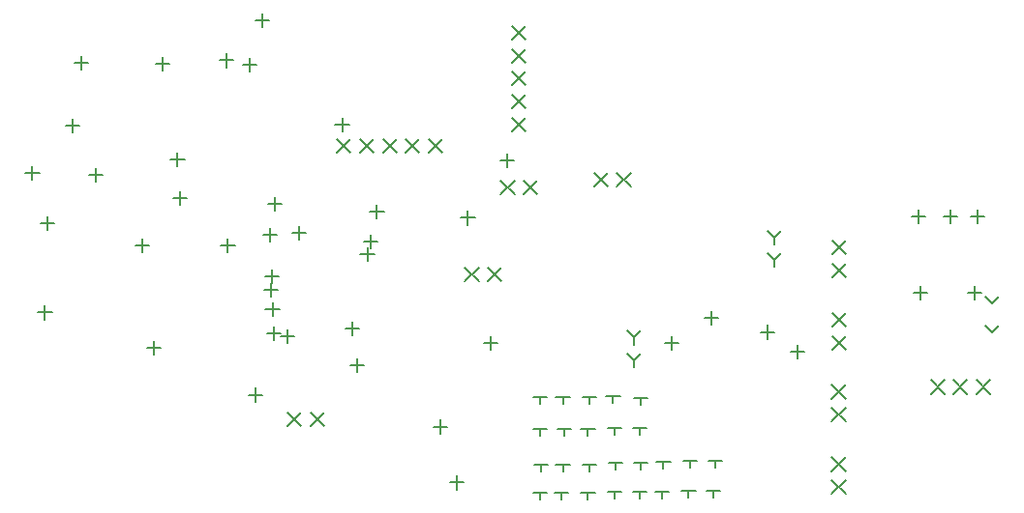
<source format=gbr>
G04 DipTrace 3.2.0.1*
G04 Plated_Through.gbr*
%MOIN*%
G04 #@! TF.FileFunction,Plated,1,2,PTH,Drill*
G04 #@! TF.Part,Single*
G04 Drill Symbols*
G04 D=0.015748 - Cross*
G04 D=0.027559 - X*
G04 D=0.029528 - Y*
G04 D=0.031496 - T*
G04 D=0.035433 - V*
G04 D=0.043307 - Clock*
G04 D=0.11811 - Box_Cross*
%ADD10C,0.007874*%
%FSLAX26Y26*%
G04*
G70*
G90*
G75*
G01*
X3346533Y1139979D2*
D10*
X3393777Y1092735D1*
Y1139979D2*
X3346533Y1092735D1*
Y1061239D2*
X3393777Y1013995D1*
Y1061239D2*
X3346533Y1013995D1*
X3343942Y563265D2*
X3391186Y516021D1*
Y563265D2*
X3343942Y516021D1*
Y642005D2*
X3391186Y594761D1*
Y642005D2*
X3343942Y594761D1*
Y813265D2*
X3391186Y766021D1*
Y813265D2*
X3343942Y766021D1*
Y892005D2*
X3391186Y844761D1*
Y892005D2*
X3343942Y844761D1*
X3346533Y1389979D2*
X3393777Y1342735D1*
Y1389979D2*
X3346533Y1342735D1*
Y1311239D2*
X3393777Y1263995D1*
Y1311239D2*
X3346533Y1263995D1*
X2637795Y1000000D2*
X2661417Y976378D1*
X2685039Y1000000D1*
X2661417Y976378D2*
Y952756D1*
X2637795Y1078740D2*
X2661417Y1055118D1*
X2685039Y1078740D1*
X2661417Y1055118D2*
Y1031496D1*
X3121307Y1345709D2*
X3144929Y1322087D1*
X3168551Y1345709D1*
X3144929Y1322087D2*
Y1298465D1*
X3121307Y1424449D2*
X3144929Y1400827D1*
X3168551Y1424449D1*
X3144929Y1400827D2*
Y1377205D1*
X1547402Y795992D2*
X1594646Y748748D1*
Y795992D2*
X1547402Y748748D1*
X1468661Y795992D2*
X1515906Y748748D1*
Y795992D2*
X1468661Y748748D1*
X1797375Y1739643D2*
X1844619Y1692399D1*
Y1739643D2*
X1797375Y1692399D1*
X1876115Y1739643D2*
X1923360Y1692399D1*
Y1739643D2*
X1876115Y1692399D1*
X1954856Y1739643D2*
X2002100Y1692399D1*
Y1739643D2*
X1954856Y1692399D1*
X1718635Y1739643D2*
X1765879Y1692399D1*
Y1739643D2*
X1718635Y1692399D1*
X1639895Y1739643D2*
X1687139Y1692399D1*
Y1739643D2*
X1639895Y1692399D1*
X2241827Y1972236D2*
X2289071Y1924992D1*
Y1972236D2*
X2241827Y1924992D1*
Y1893496D2*
X2289071Y1846252D1*
Y1893496D2*
X2241827Y1846252D1*
Y1814756D2*
X2289071Y1767512D1*
Y1814756D2*
X2241827Y1767512D1*
Y2050976D2*
X2289071Y2003732D1*
Y2050976D2*
X2241827Y2003732D1*
Y2129717D2*
X2289071Y2082472D1*
Y2129717D2*
X2241827Y2082472D1*
X3684033Y908730D2*
X3731277Y861486D1*
Y908730D2*
X3684033Y861486D1*
X3762773Y908730D2*
X3810017Y861486D1*
Y908730D2*
X3762773Y861486D1*
X3841513Y908730D2*
X3888757Y861486D1*
Y908730D2*
X3841513Y861486D1*
X3871533Y1196227D2*
X3895155Y1172605D1*
X3918777Y1196227D1*
X3871533Y1096227D2*
X3895155Y1072605D1*
X3918777Y1096227D1*
X2080304Y1295583D2*
X2127549Y1248339D1*
Y1295583D2*
X2080304Y1248339D1*
X2159045Y1295583D2*
X2206289Y1248339D1*
Y1295583D2*
X2159045Y1248339D1*
X2524869Y1624428D2*
X2572113Y1577184D1*
Y1624428D2*
X2524869Y1577184D1*
X2603609Y1624428D2*
X2650853Y1577184D1*
Y1624428D2*
X2603609Y1577184D1*
X2203610Y1596825D2*
X2250854Y1549581D1*
Y1596825D2*
X2203610Y1549581D1*
X2282350Y1596825D2*
X2329594Y1549581D1*
Y1596825D2*
X2282350Y1549581D1*
X641732Y1472441D2*
Y1425197D1*
X618110Y1448819D2*
X665354D1*
X633858Y1165354D2*
Y1118110D1*
X610236Y1141732D2*
X657480D1*
X759843Y2027559D2*
Y1980315D1*
X736220Y2003937D2*
X783465D1*
X1039370Y2023622D2*
Y1976378D1*
X1015748Y2000000D2*
X1062992D1*
X1338583Y2019685D2*
Y1972441D1*
X1314961Y1996063D2*
X1362205D1*
X1657480Y1814961D2*
Y1767717D1*
X1633858Y1791339D2*
X1681102D1*
X2051181Y578740D2*
Y531496D1*
X2027559Y555118D2*
X2074803D1*
X1996063Y771654D2*
Y724409D1*
X1972441Y748031D2*
X2019685D1*
X3122047Y1098425D2*
Y1051181D1*
X3098425Y1074803D2*
X3145669D1*
X3641732Y1496063D2*
Y1448819D1*
X3618110Y1472441D2*
X3665354D1*
X3751969Y1496063D2*
Y1448819D1*
X3728346Y1472441D2*
X3775591D1*
X3846457Y1496063D2*
Y1448819D1*
X3822835Y1472441D2*
X3870079D1*
X3834646Y1232283D2*
Y1185039D1*
X3811024Y1208661D2*
X3858268D1*
X3649606Y1232283D2*
Y1185039D1*
X3625984Y1208661D2*
X3673228D1*
X1708661Y984252D2*
Y937008D1*
X1685039Y960630D2*
X1732283D1*
X1421260Y1094488D2*
Y1047244D1*
X1397638Y1070866D2*
X1444882D1*
X1358268Y881890D2*
Y834646D1*
X1334646Y858268D2*
X1381890D1*
X968504Y1397638D2*
Y1350394D1*
X944882Y1374016D2*
X992126D1*
X1007874Y1043307D2*
Y996063D1*
X984252Y1019685D2*
X1031496D1*
X1098425Y1559055D2*
Y1511811D1*
X1074803Y1535433D2*
X1122047D1*
X1263780Y1397638D2*
Y1350394D1*
X1240157Y1374016D2*
X1287402D1*
X1425197Y1539370D2*
Y1492126D1*
X1401575Y1515748D2*
X1448819D1*
X1744094Y1366142D2*
Y1318898D1*
X1720472Y1342520D2*
X1767717D1*
X1090551Y1692913D2*
Y1645669D1*
X1066929Y1669291D2*
X1114173D1*
X728346Y1811024D2*
Y1763780D1*
X704724Y1787402D2*
X751969D1*
X2314961Y850394D2*
X2362205D1*
X2338583D2*
Y826772D1*
X2393701Y850394D2*
X2440945D1*
X2417323D2*
Y826772D1*
X2484252Y850394D2*
X2531496D1*
X2507874D2*
Y826772D1*
X2566929Y854331D2*
X2614173D1*
X2590551D2*
Y830709D1*
X2661417Y846457D2*
X2708661D1*
X2685039D2*
Y822835D1*
X2314961Y740157D2*
X2362205D1*
X2338583D2*
Y716535D1*
X2397638Y740157D2*
X2444882D1*
X2421260D2*
Y716535D1*
X2570866Y744094D2*
X2618110D1*
X2594488D2*
Y720472D1*
X2480315Y740157D2*
X2527559D1*
X2503937D2*
Y716535D1*
X2657480Y744094D2*
X2704724D1*
X2681102D2*
Y720472D1*
X2318898Y618110D2*
X2366142D1*
X2342520D2*
Y594488D1*
X2393701Y618110D2*
X2440945D1*
X2417323D2*
Y594488D1*
X2574803Y622047D2*
X2622047D1*
X2598425D2*
Y598425D1*
X2484252Y618110D2*
X2531496D1*
X2507874D2*
Y594488D1*
X2661417Y622047D2*
X2708661D1*
X2685039D2*
Y598425D1*
X2314961Y519685D2*
X2362205D1*
X2338583D2*
Y496063D1*
X2389764Y519685D2*
X2437008D1*
X2413386D2*
Y496063D1*
X2570866Y523622D2*
X2618110D1*
X2594488D2*
Y500000D1*
X2480315Y519685D2*
X2527559D1*
X2503937D2*
Y496063D1*
X2657480Y523622D2*
X2704724D1*
X2681102D2*
Y500000D1*
X2826772Y527559D2*
X2874016D1*
X2850394D2*
Y503937D1*
X2736220Y523622D2*
X2783465D1*
X2759843D2*
Y500000D1*
X2913386Y527559D2*
X2960630D1*
X2937008D2*
Y503937D1*
X2830709Y629921D2*
X2877953D1*
X2854331D2*
Y606299D1*
X2740157Y625984D2*
X2787402D1*
X2763780D2*
Y602362D1*
X2917323Y629921D2*
X2964567D1*
X2940945D2*
Y606299D1*
X1409449Y1433071D2*
Y1385827D1*
X1385827Y1409449D2*
X1433071D1*
X1468504Y1082677D2*
Y1035433D1*
X1444882Y1059055D2*
X1492126D1*
X1417323Y1177165D2*
Y1129921D1*
X1393701Y1153543D2*
X1440945D1*
X1755906Y1409449D2*
Y1362205D1*
X1732283Y1385827D2*
X1779528D1*
X1692913Y1110236D2*
Y1062992D1*
X1669291Y1086614D2*
X1716535D1*
X2929134Y1145669D2*
Y1098425D1*
X2905512Y1122047D2*
X2952756D1*
X1413386Y1244094D2*
Y1196850D1*
X1389764Y1220472D2*
X1437008D1*
X1507874Y1440945D2*
Y1393701D1*
X1484252Y1417323D2*
X1531496D1*
X3224409Y1031496D2*
Y984252D1*
X3200787Y1007874D2*
X3248031D1*
X2791339Y1059055D2*
Y1011811D1*
X2767717Y1035433D2*
X2814961D1*
X2169291Y1059055D2*
Y1011811D1*
X2145669Y1035433D2*
X2192913D1*
X1381890Y2173228D2*
Y2125984D1*
X1358268Y2149606D2*
X1405512D1*
X1259843Y2035433D2*
Y1988189D1*
X1236220Y2011811D2*
X1283465D1*
X1777252Y1514667D2*
Y1467423D1*
X1753630Y1491045D2*
X1800874D1*
X1414790Y1289690D2*
Y1242446D1*
X1391168Y1266068D2*
X1438412D1*
X808944Y1639652D2*
Y1592408D1*
X785322Y1616030D2*
X832566D1*
X590551Y1645669D2*
Y1598425D1*
X566929Y1622047D2*
X614173D1*
X2224409Y1688976D2*
Y1641732D1*
X2200787Y1665354D2*
X2248031D1*
X2090551Y1492126D2*
Y1444882D1*
X2066929Y1468504D2*
X2114173D1*
M02*

</source>
